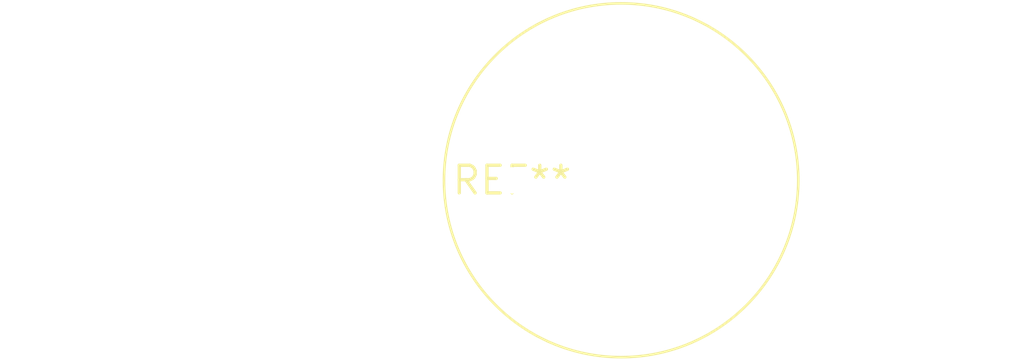
<source format=kicad_pcb>
(kicad_pcb (version 20240108) (generator pcbnew)
  (layers (0 "F.Cu" signal) (31 "B.Cu" signal) (34 "B.Paste" user) (35 "F.Paste" user) (36 "B.SilkS" user "B.Silkscreen") (37 "F.SilkS" user "F.Silkscreen") (38 "B.Mask" user) (39 "F.Mask" user) (44 "Edge.Cuts" user))
  (net 0 "")
  (footprint "L_Radial_D16.0mm_P10.00mm_Panasonic_15E-L" (layer "F.Cu") (at 0 0)
    (property "Reference" "REF**")
    (property "Value" "L_Radial_D16.0mm_P10.00mm_Panasonic_15E-L")
    (fp_circle (center 5 0) (end 13.12 0) (layer "F.SilkS") (stroke (width 0.12)) (fill none))
    (pad "1" thru_hole circle (at 0 0) (size 2.4 2.4) (drill 1.2) (layers *.Cu *.Mask) (remove_unused_layers))
    (pad "2" thru_hole circle (at 10 0) (size 2.4 2.4) (drill 1.2) (layers *.Cu *.Mask) (remove_unused_layers))
    (pad "MP" thru_hole circle (at 5 -5 90) (size 2.4 2.4) (drill 1.2) (layers *.Cu *.Mask) (remove_unused_layers))
  )
)
</source>
